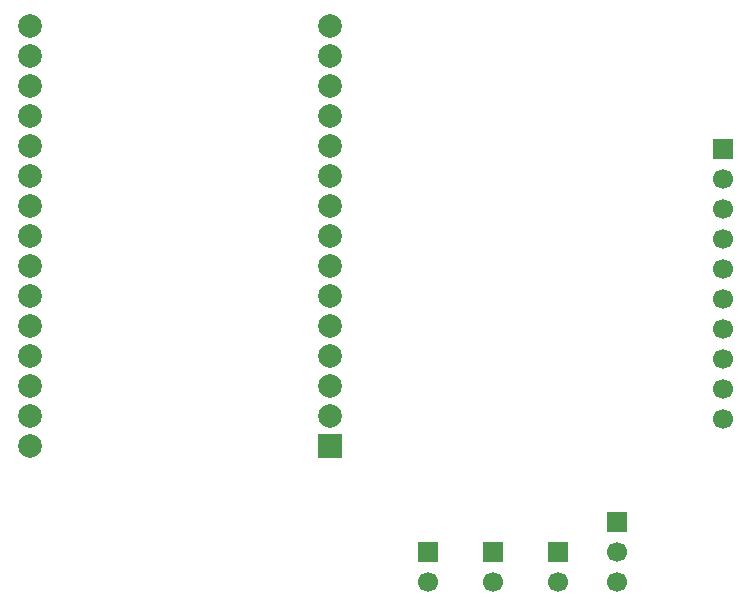
<source format=gbr>
%TF.GenerationSoftware,KiCad,Pcbnew,9.0.1*%
%TF.CreationDate,2025-04-15T18:06:31+09:00*%
%TF.ProjectId,drone,64726f6e-652e-46b6-9963-61645f706362,rev?*%
%TF.SameCoordinates,Original*%
%TF.FileFunction,Copper,L1,Top*%
%TF.FilePolarity,Positive*%
%FSLAX46Y46*%
G04 Gerber Fmt 4.6, Leading zero omitted, Abs format (unit mm)*
G04 Created by KiCad (PCBNEW 9.0.1) date 2025-04-15 18:06:31*
%MOMM*%
%LPD*%
G01*
G04 APERTURE LIST*
%TA.AperFunction,ComponentPad*%
%ADD10R,1.700000X1.700000*%
%TD*%
%TA.AperFunction,ComponentPad*%
%ADD11C,1.700000*%
%TD*%
%TA.AperFunction,ComponentPad*%
%ADD12R,2.000000X2.000000*%
%TD*%
%TA.AperFunction,ComponentPad*%
%ADD13C,2.000000*%
%TD*%
%TA.AperFunction,Conductor*%
%ADD14C,0.200000*%
%TD*%
G04 APERTURE END LIST*
D10*
%TO.P,U1,1,Vin*%
%TO.N,3V*%
X174500000Y-65840000D03*
D11*
%TO.P,U1,2,GND*%
%TO.N,GND*%
X174500000Y-68380000D03*
%TO.P,U1,3,SCL*%
%TO.N,Net-(U1-SCL)*%
X174500000Y-70920000D03*
%TO.P,U1,4,SDA*%
%TO.N,Net-(U1-SDA)*%
X174500000Y-73460000D03*
%TO.P,U1,5*%
%TO.N,N/C*%
X174500000Y-76000000D03*
%TO.P,U1,6*%
X174500000Y-78540000D03*
%TO.P,U1,7*%
X174500000Y-81080000D03*
%TO.P,U1,8*%
X174500000Y-83620000D03*
%TO.P,U1,9*%
X174500000Y-86160000D03*
%TO.P,U1,10*%
X174500000Y-88700000D03*
%TD*%
D10*
%TO.P,ESC4,1,VCC*%
%TO.N,Net-(ESC4-PWM)*%
X165500000Y-97460000D03*
D11*
%TO.P,ESC4,2,GND*%
%TO.N,5Vin*%
X165500000Y-100000000D03*
%TO.P,ESC4,3,A*%
%TO.N,GND*%
X165500000Y-102540000D03*
%TD*%
D10*
%TO.P,ESC1,1,VCC*%
%TO.N,Net-(ESC1-PWM)*%
X149500000Y-99960000D03*
D11*
%TO.P,ESC1,2,GND*%
%TO.N,GND*%
X149500000Y-102500000D03*
%TD*%
D10*
%TO.P,ESC2,1,VCC*%
%TO.N,Net-(ESC2-PWM)*%
X155000000Y-100000000D03*
D11*
%TO.P,ESC2,2,GND*%
%TO.N,GND*%
X155000000Y-102540000D03*
%TD*%
D12*
%TO.P,U2,1,3V3*%
%TO.N,3V*%
X141175000Y-90950000D03*
D13*
%TO.P,U2,2*%
%TO.N,GND*%
X141175000Y-88410000D03*
%TO.P,U2,3,D15*%
%TO.N,unconnected-(U2-D15-Pad3)*%
X141175000Y-85870000D03*
%TO.P,U2,4,D2*%
%TO.N,unconnected-(U2-D2-Pad4)*%
X141175000Y-83330000D03*
%TO.P,U2,5,D4*%
%TO.N,unconnected-(U2-D4-Pad5)*%
X141175000Y-80790000D03*
%TO.P,U2,6,RX2*%
%TO.N,unconnected-(U2-RX2-Pad6)*%
X141175000Y-78250000D03*
%TO.P,U2,7,TX2*%
%TO.N,unconnected-(U2-TX2-Pad7)*%
X141175000Y-75710000D03*
%TO.P,U2,8,D5*%
%TO.N,unconnected-(U2-D5-Pad8)*%
X141175000Y-73170000D03*
%TO.P,U2,9,D18*%
%TO.N,unconnected-(U2-D18-Pad9)*%
X141175000Y-70630000D03*
%TO.P,U2,10,D19*%
%TO.N,unconnected-(U2-D19-Pad10)*%
X141175000Y-68090000D03*
%TO.P,U2,11,D21*%
%TO.N,Net-(U1-SDA)*%
X141175000Y-65550000D03*
%TO.P,U2,12,RX0*%
%TO.N,N/C*%
X141175000Y-63010000D03*
%TO.P,U2,13,TX0*%
%TO.N,unconnected-(U2-TX0-Pad13)*%
X141175000Y-60470000D03*
%TO.P,U2,14,D22*%
%TO.N,Net-(U1-SCL)*%
X141175000Y-57930000D03*
%TO.P,U2,15,D23*%
%TO.N,unconnected-(U2-D23-Pad15)*%
X141175000Y-55390000D03*
%TO.P,U2,16,EN*%
%TO.N,unconnected-(U2-EN-Pad16)*%
X115775000Y-55390000D03*
%TO.P,U2,17,VP*%
%TO.N,unconnected-(U2-VP-Pad17)*%
X115775000Y-57930000D03*
%TO.P,U2,18,VN*%
%TO.N,unconnected-(U2-VN-Pad18)*%
X115775000Y-60470000D03*
%TO.P,U2,19,D34*%
%TO.N,unconnected-(U2-D34-Pad19)*%
X115775000Y-63010000D03*
%TO.P,U2,20,D35*%
%TO.N,unconnected-(U2-D35-Pad20)*%
X115775000Y-65550000D03*
%TO.P,U2,21,D32*%
%TO.N,N/C*%
X115775000Y-68090000D03*
%TO.P,U2,22,D33*%
X115775000Y-70630000D03*
%TO.P,U2,23,D25*%
%TO.N,Net-(ESC1-PWM)*%
X115775000Y-73170000D03*
%TO.P,U2,24,D26*%
%TO.N,Net-(ESC4-PWM)*%
X115775000Y-75710000D03*
%TO.P,U2,25,D27*%
%TO.N,Net-(ESC3-PWM)*%
X115775000Y-78250000D03*
%TO.P,U2,26,D14*%
%TO.N,N/C*%
X115775000Y-80790000D03*
%TO.P,U2,27,D12*%
%TO.N,Net-(ESC2-PWM)*%
X115775000Y-83330000D03*
%TO.P,U2,28,D13*%
%TO.N,unconnected-(U2-D13-Pad28)*%
X115775000Y-85870000D03*
%TO.P,U2,29,GND*%
%TO.N,GND*%
X115775000Y-88410000D03*
%TO.P,U2,30,VIN*%
%TO.N,5Vin*%
X115775000Y-90950000D03*
%TD*%
D10*
%TO.P,ESC3,1,VCC*%
%TO.N,Net-(ESC3-PWM)*%
X160500000Y-100000000D03*
D11*
%TO.P,ESC3,2,GND*%
%TO.N,GND*%
X160500000Y-102540000D03*
%TD*%
D14*
%TO.N,GND*%
X149829100Y-102500000D02*
X149500000Y-102500000D01*
%TD*%
M02*

</source>
